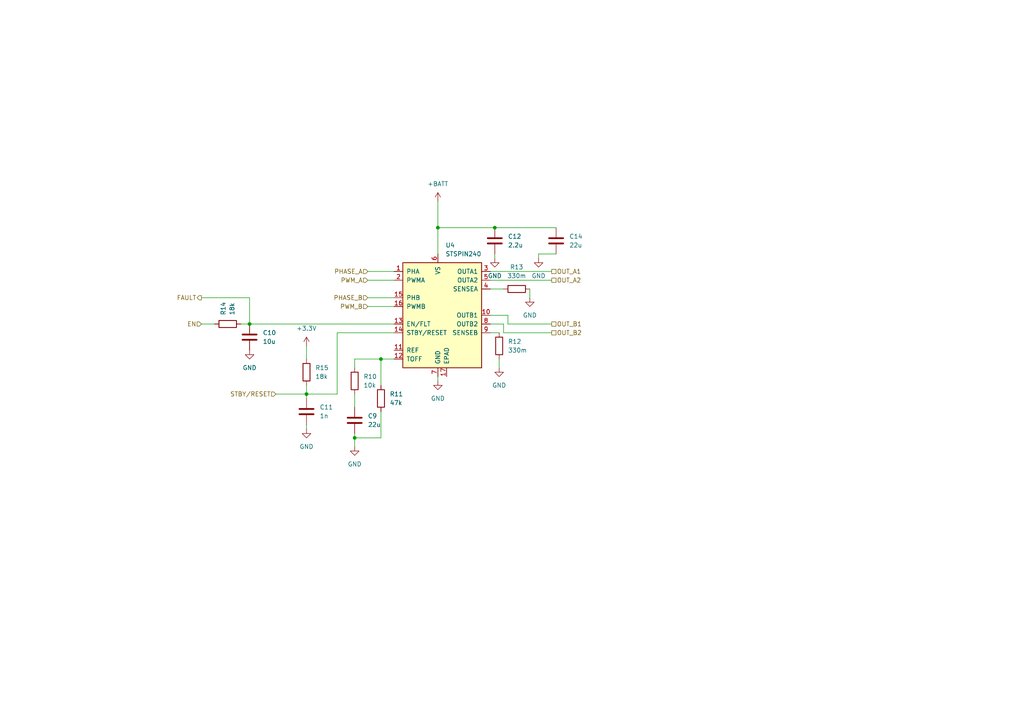
<source format=kicad_sch>
(kicad_sch (version 20230121) (generator eeschema)
  (paper "A4")
  (lib_symbols
    (symbol "Device:C" (pin_numbers hide) (pin_names (offset 0.254))
      (property "Reference" "C" (at 0.635 2.54 0))
      (property "Value" "C" (at 0.635 -2.54 0))
      (symbol "C_0_1"
        (polyline (pts (xy -2.032 -0.762) (xy 2.032 -0.762)) (stroke (width 0.508)))
        (polyline (pts (xy -2.032 0.762) (xy 2.032 0.762)) (stroke (width 0.508)))
      )
      (symbol "C_1_1"
        (pin passive line (at 0 3.81 270) (length 2.794) (name "~") (number "1"))
        (pin passive line (at 0 -3.81 90) (length 2.794) (name "~") (number "2"))
      )
    )
    (symbol "Device:R" (pin_numbers hide) (pin_names (offset 0))
      (property "Reference" "R" (at 2.032 0 90))
      (property "Value" "R" (at 0 0 90))
      (symbol "R_0_1"
        (rectangle (start -1.016 -2.54) (end 1.016 2.54) (stroke (width 0.254)))
      )
      (symbol "R_1_1"
        (pin passive line (at 0 3.81 270) (length 1.27) (name "~") (number "1"))
        (pin passive line (at 0 -3.81 90) (length 1.27) (name "~") (number "2"))
      )
    )
    (symbol "Driver_Motor:STSPIN240" (pin_names (offset 1.016))
      (property "Reference" "U" (at -10.16 16.51 0))
      (property "Value" "STSPIN240" (at 5.08 16.51 0))
      (symbol "STSPIN240_0_1"
        (rectangle (start -10.16 15.24) (end 12.7 -15.24) (stroke (width 0.254)) (fill (type background)))
      )
      (symbol "STSPIN240_1_1"
        (pin input line (at -12.7 12.7 0) (length 2.54) (name "PHA") (number "1"))
        (pin power_out line (at 15.24 0 180) (length 2.54) (name "OUTB1") (number "10"))
        (pin input line (at -12.7 -10.16 0) (length 2.54) (name "REF") (number "11"))
        (pin input line (at -12.7 -12.7 0) (length 2.54) (name "TOFF") (number "12"))
        (pin bidirectional line (at -12.7 -2.54 0) (length 2.54) (name "EN/FLT") (number "13"))
        (pin input line (at -12.7 -5.08 0) (length 2.54) (name "STBY/RESET") (number "14"))
        (pin input line (at -12.7 5.08 0) (length 2.54) (name "PHB") (number "15"))
        (pin input line (at -12.7 2.54 0) (length 2.54) (name "PWMB") (number "16"))
        (pin power_in line (at 2.54 -17.78 90) (length 2.54) (name "EPAD") (number "17"))
        (pin input line (at -12.7 10.16 0) (length 2.54) (name "PWMA") (number "2"))
        (pin power_out line (at 15.24 12.7 180) (length 2.54) (name "OUTA1") (number "3"))
        (pin power_out line (at 15.24 7.62 180) (length 2.54) (name "SENSEA") (number "4"))
        (pin power_out line (at 15.24 10.16 180) (length 2.54) (name "OUTA2") (number "5"))
        (pin power_in line (at 0 17.78 270) (length 2.54) (name "VS") (number "6"))
        (pin power_in line (at 0 -17.78 90) (length 2.54) (name "GND") (number "7"))
        (pin power_out line (at 15.24 -2.54 180) (length 2.54) (name "OUTB2") (number "8"))
        (pin power_out line (at 15.24 -5.08 180) (length 2.54) (name "SENSEB") (number "9"))
      )
    )
    (symbol "power:+3.3V" (power) (pin_names (offset 0))
      (property "Value" "+3.3V" (at 0 3.556 0))
      (symbol "+3.3V_0_1"
        (polyline (pts (xy -0.762 1.27) (xy 0 2.54)))
        (polyline (pts (xy 0 0) (xy 0 2.54)))
        (polyline (pts (xy 0 2.54) (xy 0.762 1.27)))
      )
      (symbol "+3.3V_1_1"
        (pin power_in line (at 0 0 90) (length 0) hide (name "+3.3V") (number "1"))
      )
    )
    (symbol "power:+BATT" (power) (pin_names (offset 0))
      (property "Value" "+BATT" (at 0 3.556 0))
      (symbol "+BATT_0_1"
        (polyline (pts (xy -0.762 1.27) (xy 0 2.54)))
        (polyline (pts (xy 0 0) (xy 0 2.54)))
        (polyline (pts (xy 0 2.54) (xy 0.762 1.27)))
      )
      (symbol "+BATT_1_1"
        (pin power_in line (at 0 0 90) (length 0) hide (name "+BATT") (number "1"))
      )
    )
    (symbol "power:GND" (power) (pin_names (offset 0))
      (property "Value" "GND" (at 0 -3.81 0))
      (symbol "GND_0_1"
        (polyline (pts (xy 0 0) (xy 0 -1.27) (xy 1.27 -1.27) (xy 0 -2.54) (xy -1.27 -1.27) (xy 0 -1.27)))
      )
      (symbol "GND_1_1"
        (pin power_in line (at 0 0 270) (length 0) hide (name "GND") (number "1"))
      )
    )
  )
  (junction (at 102.87 127))
  (junction (at 110.49 104.14))
  (junction (at 72.39 93.98))
  (junction (at 88.9 114.3))
  (junction (at 127 66.04))
  (junction (at 143.51 66.04))
  (wire (pts (xy 110.49 104.14) (xy 114.3 104.14)))
  (wire (pts (xy 97.79 114.3) (xy 88.9 114.3)))
  (wire (pts (xy 156.21 73.66) (xy 156.21 74.93)))
  (wire (pts (xy 72.39 86.36) (xy 72.39 93.98)))
  (wire (pts (xy 102.87 106.68) (xy 102.87 104.14)))
  (wire (pts (xy 127 66.04) (xy 143.51 66.04)))
  (wire (pts (xy 144.78 96.52) (xy 142.24 96.52)))
  (wire (pts (xy 102.87 104.14) (xy 110.49 104.14)))
  (wire (pts (xy 143.51 66.04) (xy 161.29 66.04)))
  (wire (pts (xy 88.9 123.19) (xy 88.9 124.46)))
  (wire (pts (xy 142.24 93.98) (xy 146.05 93.98)))
  (wire (pts (xy 110.49 104.14) (xy 110.49 111.76)))
  (wire (pts (xy 58.42 93.98) (xy 62.23 93.98)))
  (wire (pts (xy 106.68 81.28) (xy 114.3 81.28)))
  (wire (pts (xy 110.49 119.38) (xy 110.49 127)))
  (wire (pts (xy 143.51 73.66) (xy 143.51 74.93)))
  (wire (pts (xy 110.49 127) (xy 102.87 127)))
  (wire (pts (xy 80.01 114.3) (xy 88.9 114.3)))
  (wire (pts (xy 106.68 86.36) (xy 114.3 86.36)))
  (wire (pts (xy 127 66.04) (xy 127 73.66)))
  (wire (pts (xy 102.87 114.3) (xy 102.87 118.11)))
  (wire (pts (xy 146.05 96.52) (xy 146.05 93.98)))
  (wire (pts (xy 69.85 93.98) (xy 72.39 93.98)))
  (wire (pts (xy 102.87 127) (xy 102.87 125.73)))
  (wire (pts (xy 88.9 111.76) (xy 88.9 114.3)))
  (wire (pts (xy 72.39 93.98) (xy 114.3 93.98)))
  (wire (pts (xy 142.24 78.74) (xy 160.02 78.74)))
  (wire (pts (xy 147.32 93.98) (xy 147.32 91.44)))
  (wire (pts (xy 127 58.42) (xy 127 66.04)))
  (wire (pts (xy 153.67 83.82) (xy 153.67 86.36)))
  (wire (pts (xy 144.78 104.14) (xy 144.78 106.68)))
  (wire (pts (xy 142.24 83.82) (xy 146.05 83.82)))
  (wire (pts (xy 106.68 88.9) (xy 114.3 88.9)))
  (wire (pts (xy 102.87 127) (xy 102.87 129.54)))
  (wire (pts (xy 88.9 114.3) (xy 88.9 115.57)))
  (wire (pts (xy 161.29 73.66) (xy 156.21 73.66)))
  (wire (pts (xy 58.42 86.36) (xy 72.39 86.36)))
  (wire (pts (xy 127 109.22) (xy 127 110.49)))
  (wire (pts (xy 106.68 78.74) (xy 114.3 78.74)))
  (wire (pts (xy 88.9 100.33) (xy 88.9 104.14)))
  (wire (pts (xy 142.24 81.28) (xy 160.02 81.28)))
  (wire (pts (xy 97.79 96.52) (xy 97.79 114.3)))
  (wire (pts (xy 114.3 96.52) (xy 97.79 96.52)))
  (wire (pts (xy 160.02 93.98) (xy 147.32 93.98)))
  (wire (pts (xy 160.02 96.52) (xy 146.05 96.52)))
  (wire (pts (xy 147.32 91.44) (xy 142.24 91.44)))
  (hierarchical_label "PHASE_A" (shape input) (at 106.68 78.74 180))
  (hierarchical_label "OUT_A2" (shape passive) (at 160.02 81.28 0))
  (hierarchical_label "PWM_A" (shape input) (at 106.68 81.28 180))
  (hierarchical_label "FAULT" (shape output) (at 58.42 86.36 180))
  (hierarchical_label "PHASE_B" (shape input) (at 106.68 86.36 180))
  (hierarchical_label "PWM_B" (shape input) (at 106.68 88.9 180))
  (hierarchical_label "OUT_B2" (shape passive) (at 160.02 96.52 0))
  (hierarchical_label "OUT_A1" (shape passive) (at 160.02 78.74 0))
  (hierarchical_label "OUT_B1" (shape passive) (at 160.02 93.98 0))
  (hierarchical_label "STBY{slash}RESET" (shape input) (at 80.01 114.3 180))
  (hierarchical_label "EN" (shape input) (at 58.42 93.98 180))
  (symbol (lib_id "power:+3.3V") (at 88.9 100.33 0) (unit 1)
    (property "Reference" "#PWR01" (effects hide))
    (property "Value" "+3.3V" (at 88.9 95.25 0))
    (instances (project "minimouse" (path "" (reference "#PWR01") (unit 1)) (path "" (reference "#PWR017") (unit 1)) (path "" (reference "#PWR031") (unit 1))))
  )
  (symbol (lib_id "power:GND") (at 143.51 74.93 0) (unit 1)
    (property "Reference" "#PWR029" (effects hide))
    (property "Value" "GND" (at 143.51 80.01 0))
  )
  (symbol (lib_id "power:GND") (at 72.39 101.6 0) (unit 1)
    (property "Reference" "#PWR023" (effects hide))
    (property "Value" "GND" (at 72.39 106.68 0))
  )
  (symbol (lib_id "Device:C") (at 143.51 69.85 0) (unit 1)
    (property "Reference" "C12" (at 147.32 68.58 0) (effects (justify left)))
    (property "Value" "2.2u" (at 147.32 71.12 0) (effects (justify left)))
    (property "Footprint" "Capacitor_SMD:C_0603_1608Metric" (effects hide))
  )
  (symbol (lib_id "Device:C") (at 102.87 121.92 0) (unit 1)
    (property "Reference" "C9" (at 106.68 120.65 0) (effects (justify left)))
    (property "Value" "22u" (at 106.68 123.19 0) (effects (justify left)))
    (property "Footprint" "Capacitor_SMD:C_0603_1608Metric" (effects hide))
  )
  (symbol (lib_id "Device:C") (at 72.39 97.79 180) (unit 1)
    (property "Reference" "C10" (at 76.2 96.52 0) (effects (justify right)))
    (property "Value" "10u" (at 76.2 99.06 0) (effects (justify right)))
    (property "Footprint" "Capacitor_SMD:C_0603_1608Metric" (effects hide))
  )
  (symbol (lib_id "power:GND") (at 153.67 86.36 0) (unit 1)
    (property "Reference" "#PWR021" (effects hide))
    (property "Value" "GND" (at 153.67 91.44 0))
  )
  (symbol (lib_id "Device:R") (at 144.78 100.33 0) (unit 1)
    (property "Reference" "R12" (at 147.32 99.06 0) (effects (justify left)))
    (property "Value" "330m" (at 147.32 101.6 0) (effects (justify left)))
    (property "Footprint" "Resistor_SMD:R_0603_1608Metric" (effects hide))
  )
  (symbol (lib_id "Device:C") (at 161.29 69.85 0) (unit 1)
    (property "Reference" "C14" (at 165.1 68.58 0) (effects (justify left)))
    (property "Value" "22u" (at 165.1 71.12 0) (effects (justify left)))
    (property "Footprint" "Capacitor_SMD:C_0603_1608Metric" (effects hide))
  )
  (symbol (lib_id "Device:R") (at 110.49 115.57 0) (unit 1)
    (property "Reference" "R11" (at 113.03 114.3 0) (effects (justify left)))
    (property "Value" "47k" (at 113.03 116.84 0) (effects (justify left)))
    (property "Footprint" "Resistor_SMD:R_0603_1608Metric" (effects hide))
  )
  (symbol (lib_id "power:GND") (at 144.78 106.68 0) (unit 1)
    (property "Reference" "#PWR022" (effects hide))
    (property "Value" "GND" (at 144.78 111.76 0))
  )
  (symbol (lib_id "Driver_Motor:STSPIN240") (at 127 91.44 0) (unit 1)
    (property "Reference" "U4" (at 129.1941 71.12 0) (effects (justify left)))
    (property "Value" "STSPIN240" (at 129.1941 73.66 0) (effects (justify left)))
    (property "Footprint" "Package_DFN_QFN:VQFN-16-1EP_3x3mm_P0.5mm_EP1.8x1.8mm" (effects hide))
    (property "Datasheet" "www.st.com/resource/en/datasheet/stspin240.pdf" (effects hide))
  )
  (symbol (lib_id "power:+BATT") (at 127 58.42 0) (unit 1)
    (property "Reference" "#PWR036" (effects hide))
    (property "Value" "+BATT" (at 127 53.34 0))
    (instances (project "minimouse" (path "" (reference "#PWR036") (unit 1)) (path "" (reference "#PWR025") (unit 1))))
  )
  (symbol (lib_id "Device:R") (at 88.9 107.95 0) (unit 1)
    (property "Reference" "R15" (at 91.44 106.68 0) (effects (justify left)))
    (property "Value" "18k" (at 91.44 109.22 0) (effects (justify left)))
    (property "Footprint" "Resistor_SMD:R_0603_1608Metric" (effects hide))
  )
  (symbol (lib_id "power:GND") (at 156.21 74.93 0) (unit 1)
    (property "Reference" "#PWR030" (effects hide))
    (property "Value" "GND" (at 156.21 80.01 0))
  )
  (symbol (lib_id "Device:R") (at 149.86 83.82 90) (unit 1)
    (property "Reference" "R13" (at 149.86 77.47 90))
    (property "Value" "330m" (at 149.86 80.01 90))
    (property "Footprint" "Resistor_SMD:R_0603_1608Metric" (effects hide))
  )
  (symbol (lib_id "Device:C") (at 88.9 119.38 0) (unit 1)
    (property "Reference" "C11" (at 92.71 118.11 0) (effects (justify left)))
    (property "Value" "1n" (at 92.71 120.65 0) (effects (justify left)))
    (property "Footprint" "Capacitor_SMD:C_0603_1608Metric" (effects hide))
  )
  (symbol (lib_id "power:GND") (at 102.87 129.54 0) (unit 1)
    (property "Reference" "#PWR018" (effects hide))
    (property "Value" "GND" (at 102.87 134.62 0))
  )
  (symbol (lib_id "power:GND") (at 127 110.49 0) (unit 1)
    (property "Reference" "#PWR019" (effects hide))
    (property "Value" "GND" (at 127 115.57 0))
  )
  (symbol (lib_id "power:GND") (at 88.9 124.46 0) (unit 1)
    (property "Reference" "#PWR024" (effects hide))
    (property "Value" "GND" (at 88.9 129.54 0))
  )
  (symbol (lib_id "Device:R") (at 102.87 110.49 0) (unit 1)
    (property "Reference" "R10" (at 105.41 109.22 0) (effects (justify left)))
    (property "Value" "10k" (at 105.41 111.76 0) (effects (justify left)))
    (property "Footprint" "Resistor_SMD:R_0603_1608Metric" (effects hide))
  )
  (symbol (lib_id "Device:R") (at 66.04 93.98 90) (unit 1)
    (property "Reference" "R14" (at 64.77 91.44 0) (effects (justify left)))
    (property "Value" "18k" (at 67.31 91.44 0) (effects (justify left)))
    (property "Footprint" "Resistor_SMD:R_0603_1608Metric" (effects hide))
  )
)
</source>
